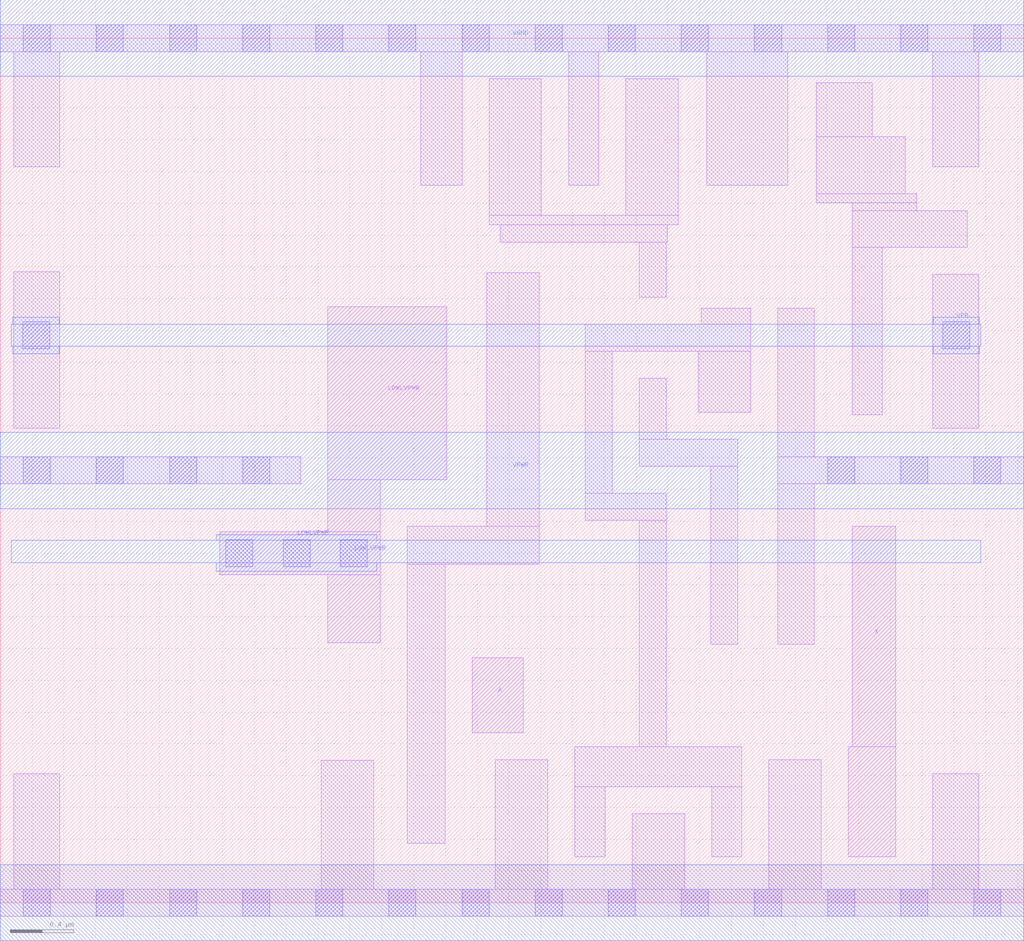
<source format=lef>
# Copyright 2020 The SkyWater PDK Authors
#
# Licensed under the Apache License, Version 2.0 (the "License");
# you may not use this file except in compliance with the License.
# You may obtain a copy of the License at
#
#     https://www.apache.org/licenses/LICENSE-2.0
#
# Unless required by applicable law or agreed to in writing, software
# distributed under the License is distributed on an "AS IS" BASIS,
# WITHOUT WARRANTIES OR CONDITIONS OF ANY KIND, either express or implied.
# See the License for the specific language governing permissions and
# limitations under the License.
#
# SPDX-License-Identifier: Apache-2.0

VERSION 5.7 ;
  NOWIREEXTENSIONATPIN ON ;
  DIVIDERCHAR "/" ;
  BUSBITCHARS "[]" ;
MACRO sky130_fd_sc_hd__lpflow_lsbuf_lh_isowell_tap_1
  CLASS CORE WELLTAP ;
  FOREIGN sky130_fd_sc_hd__lpflow_lsbuf_lh_isowell_tap_1 ;
  ORIGIN  0.000000  0.000000 ;
  SIZE  6.440000 BY  5.440000 ;
  SYMMETRY X Y R90 ;
  SITE unithd ;
  PIN A
    ANTENNAGATEAREA  0.603000 ;
    DIRECTION INPUT ;
    USE SIGNAL ;
    PORT
      LAYER li1 ;
        RECT 2.970000 1.070000 3.290000 1.540000 ;
    END
  END A
  PIN VPB
    ANTENNADIFFAREA  0.297500 ;
    PORT
      LAYER met1 ;
        RECT 0.070000 3.500000 6.170000 3.640000 ;
        RECT 0.080000 3.455000 0.370000 3.500000 ;
        RECT 0.080000 3.640000 0.370000 3.685000 ;
        RECT 5.870000 3.455000 6.160000 3.500000 ;
        RECT 5.870000 3.640000 6.160000 3.685000 ;
    END
  END VPB
  PIN X
    ANTENNADIFFAREA  0.402500 ;
    DIRECTION OUTPUT ;
    USE SIGNAL ;
    PORT
      LAYER li1 ;
        RECT 5.335000 0.290000 5.635000 0.980000 ;
        RECT 5.360000 0.980000 5.635000 2.370000 ;
    END
  END X
  PIN LOWLVPWR
    DIRECTION INOUT ;
    SHAPE ABUTMENT ;
    USE POWER ;
    PORT
      LAYER li1 ;
        RECT 1.380000 2.065000 2.390000 2.335000 ;
        RECT 2.060000 1.635000 2.390000 2.065000 ;
        RECT 2.060000 2.335000 2.390000 2.660000 ;
        RECT 2.060000 2.660000 2.810000 3.750000 ;
      LAYER mcon ;
        RECT 1.420000 2.115000 1.590000 2.285000 ;
        RECT 1.780000 2.115000 1.950000 2.285000 ;
        RECT 2.140000 2.115000 2.310000 2.285000 ;
    END
    PORT
      LAYER met1 ;
        RECT 0.070000 2.140000 6.170000 2.280000 ;
        RECT 1.360000 2.085000 2.370000 2.140000 ;
        RECT 1.360000 2.280000 2.370000 2.315000 ;
    END
  END LOWLVPWR
  PIN VGND
    DIRECTION INOUT ;
    SHAPE ABUTMENT ;
    USE GROUND ;
    PORT
      LAYER met1 ;
        RECT 0.000000 5.200000 6.440000 5.680000 ;
    END
  END VGND
  PIN VPWR
    DIRECTION INOUT ;
    SHAPE ABUTMENT ;
    USE POWER ;
    PORT
      LAYER met1 ;
        RECT 0.000000 2.480000 6.440000 2.960000 ;
    END
  END VPWR
  OBS
    LAYER li1 ;
      RECT 0.000000 -0.085000 6.440000 0.085000 ;
      RECT 0.000000  2.635000 1.890000 2.805000 ;
      RECT 0.000000  5.355000 6.440000 5.525000 ;
      RECT 0.085000  0.085000 0.375000 0.810000 ;
      RECT 0.085000  2.985000 0.375000 3.970000 ;
      RECT 0.085000  4.630000 0.375000 5.355000 ;
      RECT 2.020000  0.085000 2.350000 0.895000 ;
      RECT 2.560000  0.375000 2.800000 2.130000 ;
      RECT 2.560000  2.130000 3.390000 2.370000 ;
      RECT 2.645000  4.515000 2.905000 5.355000 ;
      RECT 3.060000  2.370000 3.390000 3.965000 ;
      RECT 3.075000  4.265000 4.265000 4.325000 ;
      RECT 3.075000  4.325000 3.405000 5.185000 ;
      RECT 3.115000  0.085000 3.445000 0.900000 ;
      RECT 3.145000  4.155000 4.195000 4.265000 ;
      RECT 3.575000  4.515000 3.765000 5.355000 ;
      RECT 3.615000  0.290000 3.805000 0.730000 ;
      RECT 3.615000  0.730000 4.665000 0.980000 ;
      RECT 3.680000  2.405000 4.190000 2.575000 ;
      RECT 3.680000  2.575000 3.850000 3.470000 ;
      RECT 3.680000  3.470000 4.720000 3.640000 ;
      RECT 3.935000  4.325000 4.265000 5.185000 ;
      RECT 3.975000  0.085000 4.305000 0.560000 ;
      RECT 4.020000  0.980000 4.190000 2.405000 ;
      RECT 4.020000  2.745000 4.640000 2.915000 ;
      RECT 4.020000  2.915000 4.190000 3.300000 ;
      RECT 4.020000  3.810000 4.190000 4.155000 ;
      RECT 4.390000  3.085000 4.720000 3.470000 ;
      RECT 4.410000  3.640000 4.720000 3.740000 ;
      RECT 4.445000  4.515000 4.955000 5.355000 ;
      RECT 4.470000  1.625000 4.640000 2.745000 ;
      RECT 4.475000  0.290000 4.665000 0.730000 ;
      RECT 4.835000  0.085000 5.165000 0.900000 ;
      RECT 4.890000  1.625000 5.120000 2.635000 ;
      RECT 4.890000  2.635000 6.440000 2.805000 ;
      RECT 4.890000  2.805000 5.120000 3.740000 ;
      RECT 5.135000  4.405000 5.765000 4.460000 ;
      RECT 5.135000  4.460000 5.695000 4.820000 ;
      RECT 5.135000  4.820000 5.485000 5.160000 ;
      RECT 5.360000  3.070000 5.550000 4.125000 ;
      RECT 5.360000  4.125000 6.085000 4.355000 ;
      RECT 5.360000  4.355000 5.765000 4.405000 ;
      RECT 5.865000  0.085000 6.155000 0.810000 ;
      RECT 5.865000  2.985000 6.155000 3.955000 ;
      RECT 5.865000  4.630000 6.155000 5.355000 ;
    LAYER mcon ;
      RECT 0.140000  3.485000 0.310000 3.655000 ;
      RECT 0.145000 -0.085000 0.315000 0.085000 ;
      RECT 0.145000  2.635000 0.315000 2.805000 ;
      RECT 0.145000  5.355000 0.315000 5.525000 ;
      RECT 0.605000 -0.085000 0.775000 0.085000 ;
      RECT 0.605000  2.635000 0.775000 2.805000 ;
      RECT 0.605000  5.355000 0.775000 5.525000 ;
      RECT 1.065000 -0.085000 1.235000 0.085000 ;
      RECT 1.065000  2.635000 1.235000 2.805000 ;
      RECT 1.065000  5.355000 1.235000 5.525000 ;
      RECT 1.525000 -0.085000 1.695000 0.085000 ;
      RECT 1.525000  2.635000 1.695000 2.805000 ;
      RECT 1.525000  5.355000 1.695000 5.525000 ;
      RECT 1.985000 -0.085000 2.155000 0.085000 ;
      RECT 1.985000  5.355000 2.155000 5.525000 ;
      RECT 2.445000 -0.085000 2.615000 0.085000 ;
      RECT 2.445000  5.355000 2.615000 5.525000 ;
      RECT 2.905000 -0.085000 3.075000 0.085000 ;
      RECT 2.905000  5.355000 3.075000 5.525000 ;
      RECT 3.365000 -0.085000 3.535000 0.085000 ;
      RECT 3.365000  5.355000 3.535000 5.525000 ;
      RECT 3.825000 -0.085000 3.995000 0.085000 ;
      RECT 3.825000  5.355000 3.995000 5.525000 ;
      RECT 4.285000 -0.085000 4.455000 0.085000 ;
      RECT 4.285000  5.355000 4.455000 5.525000 ;
      RECT 4.745000 -0.085000 4.915000 0.085000 ;
      RECT 4.745000  5.355000 4.915000 5.525000 ;
      RECT 5.205000 -0.085000 5.375000 0.085000 ;
      RECT 5.205000  2.635000 5.375000 2.805000 ;
      RECT 5.205000  5.355000 5.375000 5.525000 ;
      RECT 5.665000 -0.085000 5.835000 0.085000 ;
      RECT 5.665000  2.635000 5.835000 2.805000 ;
      RECT 5.665000  5.355000 5.835000 5.525000 ;
      RECT 5.930000  3.485000 6.100000 3.655000 ;
      RECT 6.125000 -0.085000 6.295000 0.085000 ;
      RECT 6.125000  2.635000 6.295000 2.805000 ;
      RECT 6.125000  5.355000 6.295000 5.525000 ;
    LAYER met1 ;
      RECT 0.000000 -0.240000 6.440000 0.240000 ;
  END
END sky130_fd_sc_hd__lpflow_lsbuf_lh_isowell_tap_1
END LIBRARY

</source>
